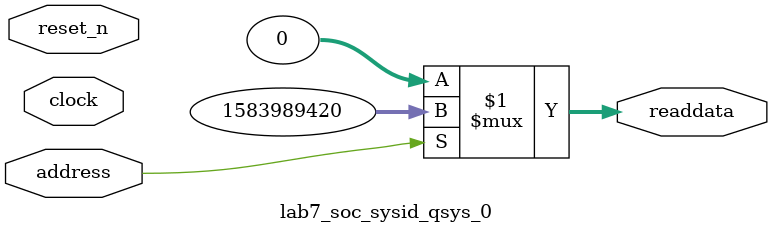
<source format=v>



// synthesis translate_off
`timescale 1ns / 1ps
// synthesis translate_on

// turn off superfluous verilog processor warnings 
// altera message_level Level1 
// altera message_off 10034 10035 10036 10037 10230 10240 10030 

module lab7_soc_sysid_qsys_0 (
               // inputs:
                address,
                clock,
                reset_n,

               // outputs:
                readdata
             )
;

  output  [ 31: 0] readdata;
  input            address;
  input            clock;
  input            reset_n;

  wire    [ 31: 0] readdata;
  //control_slave, which is an e_avalon_slave
  assign readdata = address ? 1583989420 : 0;

endmodule



</source>
